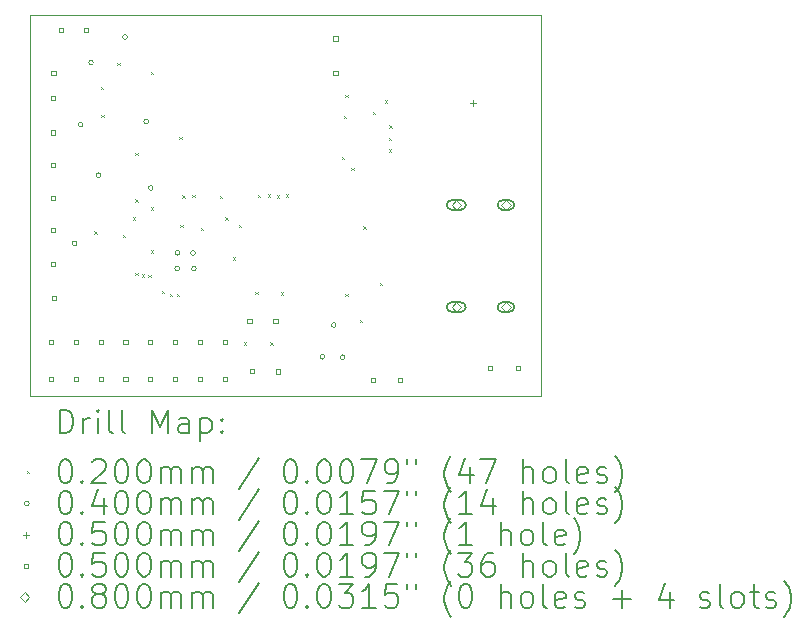
<source format=gbr>
%TF.GenerationSoftware,KiCad,Pcbnew,6.0.10-1.fc37*%
%TF.CreationDate,2023-01-09T06:29:50-08:00*%
%TF.ProjectId,data_logger_esp32c3,64617461-5f6c-46f6-9767-65725f657370,rev?*%
%TF.SameCoordinates,Original*%
%TF.FileFunction,Drillmap*%
%TF.FilePolarity,Positive*%
%FSLAX45Y45*%
G04 Gerber Fmt 4.5, Leading zero omitted, Abs format (unit mm)*
G04 Created by KiCad (PCBNEW 6.0.10-1.fc37) date 2023-01-09 06:29:50*
%MOMM*%
%LPD*%
G01*
G04 APERTURE LIST*
%ADD10C,0.100000*%
%ADD11C,0.200000*%
%ADD12C,0.020000*%
%ADD13C,0.040000*%
%ADD14C,0.050000*%
%ADD15C,0.079999*%
G04 APERTURE END LIST*
D10*
X9885680Y-4960620D02*
X14213840Y-4960620D01*
X14213840Y-4960620D02*
X14213840Y-8186420D01*
X14213840Y-8186420D02*
X9885680Y-8186420D01*
X9885680Y-8186420D02*
X9885680Y-4960620D01*
D11*
D12*
X10431940Y-6789580D02*
X10451940Y-6809580D01*
X10451940Y-6789580D02*
X10431940Y-6809580D01*
X10485280Y-5567840D02*
X10505280Y-5587840D01*
X10505280Y-5567840D02*
X10485280Y-5587840D01*
X10490360Y-5806600D02*
X10510360Y-5826600D01*
X10510360Y-5806600D02*
X10490360Y-5826600D01*
X10627520Y-5364640D02*
X10647520Y-5384640D01*
X10647520Y-5364640D02*
X10627520Y-5384640D01*
X10673240Y-6822600D02*
X10693240Y-6842600D01*
X10693240Y-6822600D02*
X10673240Y-6842600D01*
X10759600Y-6672740D02*
X10779600Y-6692740D01*
X10779600Y-6672740D02*
X10759600Y-6692740D01*
X10779920Y-6126640D02*
X10799920Y-6146640D01*
X10799920Y-6126640D02*
X10779920Y-6146640D01*
X10779920Y-6520340D02*
X10799920Y-6540340D01*
X10799920Y-6520340D02*
X10779920Y-6540340D01*
X10779920Y-7140100D02*
X10799920Y-7160100D01*
X10799920Y-7140100D02*
X10779920Y-7160100D01*
X10833260Y-7155340D02*
X10853260Y-7175340D01*
X10853260Y-7155340D02*
X10833260Y-7175340D01*
X10889140Y-7160420D02*
X10909140Y-7180420D01*
X10909140Y-7160420D02*
X10889140Y-7180420D01*
X10909460Y-6586380D02*
X10929460Y-6606380D01*
X10929460Y-6586380D02*
X10909460Y-6606380D01*
X10912000Y-5440840D02*
X10932000Y-5460840D01*
X10932000Y-5440840D02*
X10912000Y-5460840D01*
X10912000Y-6952140D02*
X10932000Y-6972140D01*
X10932000Y-6952140D02*
X10912000Y-6972140D01*
X11000900Y-7292500D02*
X11020900Y-7312500D01*
X11020900Y-7292500D02*
X11000900Y-7312500D01*
X11072020Y-7317900D02*
X11092020Y-7337900D01*
X11092020Y-7317900D02*
X11072020Y-7337900D01*
X11130440Y-7317900D02*
X11150440Y-7337900D01*
X11150440Y-7317900D02*
X11130440Y-7337900D01*
X11150760Y-5992020D02*
X11170760Y-6012020D01*
X11170760Y-5992020D02*
X11150760Y-6012020D01*
X11158380Y-6733700D02*
X11178380Y-6753700D01*
X11178380Y-6733700D02*
X11158380Y-6753700D01*
X11176160Y-6487320D02*
X11196160Y-6507320D01*
X11196160Y-6487320D02*
X11176160Y-6507320D01*
X11259980Y-6479700D02*
X11279980Y-6499700D01*
X11279980Y-6479700D02*
X11259980Y-6499700D01*
X11331100Y-6761640D02*
X11351100Y-6781640D01*
X11351100Y-6761640D02*
X11331100Y-6781640D01*
X11493660Y-6492400D02*
X11513660Y-6512400D01*
X11513660Y-6492400D02*
X11493660Y-6512400D01*
X11541920Y-6672740D02*
X11561920Y-6692740D01*
X11561920Y-6672740D02*
X11541920Y-6692740D01*
X11605420Y-7010560D02*
X11625420Y-7030560D01*
X11625420Y-7010560D02*
X11605420Y-7030560D01*
X11656220Y-6736240D02*
X11676220Y-6756240D01*
X11676220Y-6736240D02*
X11656220Y-6756240D01*
X11699400Y-7731920D02*
X11719400Y-7751920D01*
X11719400Y-7731920D02*
X11699400Y-7751920D01*
X11793380Y-7305200D02*
X11813380Y-7325200D01*
X11813380Y-7305200D02*
X11793380Y-7325200D01*
X11816240Y-6482240D02*
X11836240Y-6502240D01*
X11836240Y-6482240D02*
X11816240Y-6502240D01*
X11900060Y-6477160D02*
X11920060Y-6497160D01*
X11920060Y-6477160D02*
X11900060Y-6497160D01*
X11920380Y-7731920D02*
X11940380Y-7751920D01*
X11940380Y-7731920D02*
X11920380Y-7751920D01*
X11978800Y-6484780D02*
X11998800Y-6504780D01*
X11998800Y-6484780D02*
X11978800Y-6504780D01*
X12011820Y-7307740D02*
X12031820Y-7327740D01*
X12031820Y-7307740D02*
X12011820Y-7327740D01*
X12052460Y-6477160D02*
X12072460Y-6497160D01*
X12072460Y-6477160D02*
X12052460Y-6497160D01*
X12524900Y-6162200D02*
X12544900Y-6182200D01*
X12544900Y-6162200D02*
X12524900Y-6182200D01*
X12545220Y-5811680D02*
X12565220Y-5831680D01*
X12565220Y-5811680D02*
X12545220Y-5831680D01*
X12555380Y-5636420D02*
X12575380Y-5656420D01*
X12575380Y-5636420D02*
X12555380Y-5656420D01*
X12557920Y-7317900D02*
X12577920Y-7337900D01*
X12577920Y-7317900D02*
X12557920Y-7337900D01*
X12606180Y-6251100D02*
X12626180Y-6271100D01*
X12626180Y-6251100D02*
X12606180Y-6271100D01*
X12677300Y-7538880D02*
X12697300Y-7558880D01*
X12697300Y-7538880D02*
X12677300Y-7558880D01*
X12707780Y-6748940D02*
X12727780Y-6768940D01*
X12727780Y-6748940D02*
X12707780Y-6768940D01*
X12789060Y-5781200D02*
X12809060Y-5801200D01*
X12809060Y-5781200D02*
X12789060Y-5801200D01*
X12847480Y-7229000D02*
X12867480Y-7249000D01*
X12867480Y-7229000D02*
X12847480Y-7249000D01*
X12893200Y-5682140D02*
X12913200Y-5702140D01*
X12913200Y-5682140D02*
X12893200Y-5702140D01*
X12926220Y-5999640D02*
X12946220Y-6019640D01*
X12946220Y-5999640D02*
X12926220Y-6019640D01*
X12926220Y-6096160D02*
X12946220Y-6116160D01*
X12946220Y-6096160D02*
X12926220Y-6116160D01*
X12928760Y-5892960D02*
X12948760Y-5912960D01*
X12948760Y-5892960D02*
X12928760Y-5912960D01*
D13*
X10284140Y-6893560D02*
G75*
G03*
X10284140Y-6893560I-20000J0D01*
G01*
X10334940Y-5887720D02*
G75*
G03*
X10334940Y-5887720I-20000J0D01*
G01*
X10423840Y-5361940D02*
G75*
G03*
X10423840Y-5361940I-20000J0D01*
G01*
X10487340Y-6316980D02*
G75*
G03*
X10487340Y-6316980I-20000J0D01*
G01*
X10710860Y-5146040D02*
G75*
G03*
X10710860Y-5146040I-20000J0D01*
G01*
X10891200Y-5862320D02*
G75*
G03*
X10891200Y-5862320I-20000J0D01*
G01*
X10929300Y-6423660D02*
G75*
G03*
X10929300Y-6423660I-20000J0D01*
G01*
X11152820Y-7104380D02*
G75*
G03*
X11152820Y-7104380I-20000J0D01*
G01*
X11155360Y-6972300D02*
G75*
G03*
X11155360Y-6972300I-20000J0D01*
G01*
X11287440Y-6974840D02*
G75*
G03*
X11287440Y-6974840I-20000J0D01*
G01*
X11295060Y-7106920D02*
G75*
G03*
X11295060Y-7106920I-20000J0D01*
G01*
X12382180Y-7853680D02*
G75*
G03*
X12382180Y-7853680I-20000J0D01*
G01*
X12478700Y-7584440D02*
G75*
G03*
X12478700Y-7584440I-20000J0D01*
G01*
X12554901Y-7856219D02*
G75*
G03*
X12554901Y-7856219I-20000J0D01*
G01*
D14*
X13637260Y-5679840D02*
X13637260Y-5729840D01*
X13612260Y-5704840D02*
X13662260Y-5704840D01*
X10084786Y-7746898D02*
X10084786Y-7711542D01*
X10049431Y-7711542D01*
X10049431Y-7746898D01*
X10084786Y-7746898D01*
X10084786Y-8056778D02*
X10084786Y-8021422D01*
X10049431Y-8021422D01*
X10049431Y-8056778D01*
X10084786Y-8056778D01*
X10096398Y-6525158D02*
X10096398Y-6489802D01*
X10061042Y-6489802D01*
X10061042Y-6525158D01*
X10096398Y-6525158D01*
X10098938Y-5681878D02*
X10098938Y-5646522D01*
X10063582Y-5646522D01*
X10063582Y-5681878D01*
X10098938Y-5681878D01*
X10098938Y-6248298D02*
X10098938Y-6212942D01*
X10063582Y-6212942D01*
X10063582Y-6248298D01*
X10098938Y-6248298D01*
X10098938Y-6796938D02*
X10098938Y-6761582D01*
X10063582Y-6761582D01*
X10063582Y-6796938D01*
X10098938Y-6796938D01*
X10101478Y-5971438D02*
X10101478Y-5936082D01*
X10066122Y-5936082D01*
X10066122Y-5971438D01*
X10101478Y-5971438D01*
X10101478Y-7086498D02*
X10101478Y-7051142D01*
X10066122Y-7051142D01*
X10066122Y-7086498D01*
X10101478Y-7086498D01*
X10104018Y-5465978D02*
X10104018Y-5430622D01*
X10068662Y-5430622D01*
X10068662Y-5465978D01*
X10104018Y-5465978D01*
X10109098Y-7370978D02*
X10109098Y-7335622D01*
X10073742Y-7335622D01*
X10073742Y-7370978D01*
X10109098Y-7370978D01*
X10164978Y-5102758D02*
X10164978Y-5067402D01*
X10129622Y-5067402D01*
X10129622Y-5102758D01*
X10164978Y-5102758D01*
X10294518Y-7746898D02*
X10294518Y-7711542D01*
X10259162Y-7711542D01*
X10259162Y-7746898D01*
X10294518Y-7746898D01*
X10294518Y-8056778D02*
X10294518Y-8021422D01*
X10259162Y-8021422D01*
X10259162Y-8056778D01*
X10294518Y-8056778D01*
X10378338Y-5102758D02*
X10378338Y-5067402D01*
X10342982Y-5067402D01*
X10342982Y-5102758D01*
X10378338Y-5102758D01*
X10504249Y-7746898D02*
X10504249Y-7711542D01*
X10468894Y-7711542D01*
X10468894Y-7746898D01*
X10504249Y-7746898D01*
X10504249Y-8056778D02*
X10504249Y-8021422D01*
X10468894Y-8021422D01*
X10468894Y-8056778D01*
X10504249Y-8056778D01*
X10713981Y-7746898D02*
X10713981Y-7711542D01*
X10678625Y-7711542D01*
X10678625Y-7746898D01*
X10713981Y-7746898D01*
X10713981Y-8056778D02*
X10713981Y-8021422D01*
X10678625Y-8021422D01*
X10678625Y-8056778D01*
X10713981Y-8056778D01*
X10923712Y-7746898D02*
X10923712Y-7711542D01*
X10888356Y-7711542D01*
X10888356Y-7746898D01*
X10923712Y-7746898D01*
X10923712Y-8056778D02*
X10923712Y-8021422D01*
X10888356Y-8021422D01*
X10888356Y-8056778D01*
X10923712Y-8056778D01*
X11133443Y-7746898D02*
X11133443Y-7711542D01*
X11098088Y-7711542D01*
X11098088Y-7746898D01*
X11133443Y-7746898D01*
X11133443Y-8056778D02*
X11133443Y-8021422D01*
X11098088Y-8021422D01*
X11098088Y-8056778D01*
X11133443Y-8056778D01*
X11343175Y-7746898D02*
X11343175Y-7711542D01*
X11307819Y-7711542D01*
X11307819Y-7746898D01*
X11343175Y-7746898D01*
X11343175Y-8056778D02*
X11343175Y-8021422D01*
X11307819Y-8021422D01*
X11307819Y-8056778D01*
X11343175Y-8056778D01*
X11552906Y-7746898D02*
X11552906Y-7711542D01*
X11517551Y-7711542D01*
X11517551Y-7746898D01*
X11552906Y-7746898D01*
X11552906Y-8056778D02*
X11552906Y-8021422D01*
X11517551Y-8021422D01*
X11517551Y-8056778D01*
X11552906Y-8056778D01*
X11762638Y-7569098D02*
X11762638Y-7533742D01*
X11727282Y-7533742D01*
X11727282Y-7569098D01*
X11762638Y-7569098D01*
X11782958Y-7990738D02*
X11782958Y-7955382D01*
X11747602Y-7955382D01*
X11747602Y-7990738D01*
X11782958Y-7990738D01*
X11983618Y-7566558D02*
X11983618Y-7531202D01*
X11948262Y-7531202D01*
X11948262Y-7566558D01*
X11983618Y-7566558D01*
X12006678Y-7995818D02*
X12006678Y-7960462D01*
X11971322Y-7960462D01*
X11971322Y-7995818D01*
X12006678Y-7995818D01*
X12491618Y-5176418D02*
X12491618Y-5141062D01*
X12456262Y-5141062D01*
X12456262Y-5176418D01*
X12491618Y-5176418D01*
X12491618Y-5471058D02*
X12491618Y-5435702D01*
X12456262Y-5435702D01*
X12456262Y-5471058D01*
X12491618Y-5471058D01*
X12809118Y-8064398D02*
X12809118Y-8029042D01*
X12773762Y-8029042D01*
X12773762Y-8064398D01*
X12809118Y-8064398D01*
X13035178Y-8069478D02*
X13035178Y-8034122D01*
X12999822Y-8034122D01*
X12999822Y-8069478D01*
X13035178Y-8069478D01*
X13799718Y-7967878D02*
X13799718Y-7932522D01*
X13764362Y-7932522D01*
X13764362Y-7967878D01*
X13799718Y-7967878D01*
X14033398Y-7967878D02*
X14033398Y-7932522D01*
X13998042Y-7932522D01*
X13998042Y-7967878D01*
X14033398Y-7967878D01*
D15*
X13496163Y-6607729D02*
X13536163Y-6567729D01*
X13496163Y-6527729D01*
X13456163Y-6567729D01*
X13496163Y-6607729D01*
D11*
X13456164Y-6607729D02*
X13536162Y-6607729D01*
X13456164Y-6527729D02*
X13536162Y-6527729D01*
X13536162Y-6607729D02*
G75*
G03*
X13536162Y-6527729I0J40000D01*
G01*
X13456164Y-6527729D02*
G75*
G03*
X13456164Y-6607729I0J-40000D01*
G01*
D15*
X13496163Y-7472751D02*
X13536163Y-7432751D01*
X13496163Y-7392751D01*
X13456163Y-7432751D01*
X13496163Y-7472751D01*
D11*
X13456162Y-7472751D02*
X13536164Y-7472751D01*
X13456162Y-7392751D02*
X13536164Y-7392751D01*
X13536164Y-7472751D02*
G75*
G03*
X13536164Y-7392751I0J40000D01*
G01*
X13456162Y-7392751D02*
G75*
G03*
X13456162Y-7472751I0J-40000D01*
G01*
D15*
X13916152Y-6607729D02*
X13956152Y-6567729D01*
X13916152Y-6527729D01*
X13876152Y-6567729D01*
X13916152Y-6607729D01*
D11*
X13886152Y-6607729D02*
X13946152Y-6607729D01*
X13886152Y-6527729D02*
X13946152Y-6527729D01*
X13946152Y-6607729D02*
G75*
G03*
X13946152Y-6527729I0J40000D01*
G01*
X13886152Y-6527729D02*
G75*
G03*
X13886152Y-6607729I0J-40000D01*
G01*
D15*
X13916152Y-7472751D02*
X13956152Y-7432751D01*
X13916152Y-7392751D01*
X13876152Y-7432751D01*
X13916152Y-7472751D01*
D11*
X13886152Y-7472751D02*
X13946152Y-7472751D01*
X13886152Y-7392751D02*
X13946152Y-7392751D01*
X13946152Y-7472751D02*
G75*
G03*
X13946152Y-7392751I0J40000D01*
G01*
X13886152Y-7392751D02*
G75*
G03*
X13886152Y-7472751I0J-40000D01*
G01*
X10138299Y-8501896D02*
X10138299Y-8301896D01*
X10185918Y-8301896D01*
X10214490Y-8311420D01*
X10233537Y-8330468D01*
X10243061Y-8349515D01*
X10252585Y-8387610D01*
X10252585Y-8416182D01*
X10243061Y-8454277D01*
X10233537Y-8473325D01*
X10214490Y-8492372D01*
X10185918Y-8501896D01*
X10138299Y-8501896D01*
X10338299Y-8501896D02*
X10338299Y-8368563D01*
X10338299Y-8406658D02*
X10347823Y-8387610D01*
X10357347Y-8378087D01*
X10376394Y-8368563D01*
X10395442Y-8368563D01*
X10462109Y-8501896D02*
X10462109Y-8368563D01*
X10462109Y-8301896D02*
X10452585Y-8311420D01*
X10462109Y-8320944D01*
X10471632Y-8311420D01*
X10462109Y-8301896D01*
X10462109Y-8320944D01*
X10585918Y-8501896D02*
X10566870Y-8492372D01*
X10557347Y-8473325D01*
X10557347Y-8301896D01*
X10690680Y-8501896D02*
X10671632Y-8492372D01*
X10662109Y-8473325D01*
X10662109Y-8301896D01*
X10919251Y-8501896D02*
X10919251Y-8301896D01*
X10985918Y-8444753D01*
X11052585Y-8301896D01*
X11052585Y-8501896D01*
X11233537Y-8501896D02*
X11233537Y-8397134D01*
X11224013Y-8378087D01*
X11204966Y-8368563D01*
X11166870Y-8368563D01*
X11147823Y-8378087D01*
X11233537Y-8492372D02*
X11214489Y-8501896D01*
X11166870Y-8501896D01*
X11147823Y-8492372D01*
X11138299Y-8473325D01*
X11138299Y-8454277D01*
X11147823Y-8435230D01*
X11166870Y-8425706D01*
X11214489Y-8425706D01*
X11233537Y-8416182D01*
X11328775Y-8368563D02*
X11328775Y-8568563D01*
X11328775Y-8378087D02*
X11347823Y-8368563D01*
X11385918Y-8368563D01*
X11404966Y-8378087D01*
X11414489Y-8387610D01*
X11424013Y-8406658D01*
X11424013Y-8463801D01*
X11414489Y-8482849D01*
X11404966Y-8492372D01*
X11385918Y-8501896D01*
X11347823Y-8501896D01*
X11328775Y-8492372D01*
X11509728Y-8482849D02*
X11519251Y-8492372D01*
X11509728Y-8501896D01*
X11500204Y-8492372D01*
X11509728Y-8482849D01*
X11509728Y-8501896D01*
X11509728Y-8378087D02*
X11519251Y-8387610D01*
X11509728Y-8397134D01*
X11500204Y-8387610D01*
X11509728Y-8378087D01*
X11509728Y-8397134D01*
D12*
X9860680Y-8821420D02*
X9880680Y-8841420D01*
X9880680Y-8821420D02*
X9860680Y-8841420D01*
D11*
X10176394Y-8721896D02*
X10195442Y-8721896D01*
X10214490Y-8731420D01*
X10224013Y-8740944D01*
X10233537Y-8759991D01*
X10243061Y-8798087D01*
X10243061Y-8845706D01*
X10233537Y-8883801D01*
X10224013Y-8902849D01*
X10214490Y-8912372D01*
X10195442Y-8921896D01*
X10176394Y-8921896D01*
X10157347Y-8912372D01*
X10147823Y-8902849D01*
X10138299Y-8883801D01*
X10128775Y-8845706D01*
X10128775Y-8798087D01*
X10138299Y-8759991D01*
X10147823Y-8740944D01*
X10157347Y-8731420D01*
X10176394Y-8721896D01*
X10328775Y-8902849D02*
X10338299Y-8912372D01*
X10328775Y-8921896D01*
X10319251Y-8912372D01*
X10328775Y-8902849D01*
X10328775Y-8921896D01*
X10414490Y-8740944D02*
X10424013Y-8731420D01*
X10443061Y-8721896D01*
X10490680Y-8721896D01*
X10509728Y-8731420D01*
X10519251Y-8740944D01*
X10528775Y-8759991D01*
X10528775Y-8779039D01*
X10519251Y-8807610D01*
X10404966Y-8921896D01*
X10528775Y-8921896D01*
X10652585Y-8721896D02*
X10671632Y-8721896D01*
X10690680Y-8731420D01*
X10700204Y-8740944D01*
X10709728Y-8759991D01*
X10719251Y-8798087D01*
X10719251Y-8845706D01*
X10709728Y-8883801D01*
X10700204Y-8902849D01*
X10690680Y-8912372D01*
X10671632Y-8921896D01*
X10652585Y-8921896D01*
X10633537Y-8912372D01*
X10624013Y-8902849D01*
X10614490Y-8883801D01*
X10604966Y-8845706D01*
X10604966Y-8798087D01*
X10614490Y-8759991D01*
X10624013Y-8740944D01*
X10633537Y-8731420D01*
X10652585Y-8721896D01*
X10843061Y-8721896D02*
X10862109Y-8721896D01*
X10881156Y-8731420D01*
X10890680Y-8740944D01*
X10900204Y-8759991D01*
X10909728Y-8798087D01*
X10909728Y-8845706D01*
X10900204Y-8883801D01*
X10890680Y-8902849D01*
X10881156Y-8912372D01*
X10862109Y-8921896D01*
X10843061Y-8921896D01*
X10824013Y-8912372D01*
X10814490Y-8902849D01*
X10804966Y-8883801D01*
X10795442Y-8845706D01*
X10795442Y-8798087D01*
X10804966Y-8759991D01*
X10814490Y-8740944D01*
X10824013Y-8731420D01*
X10843061Y-8721896D01*
X10995442Y-8921896D02*
X10995442Y-8788563D01*
X10995442Y-8807610D02*
X11004966Y-8798087D01*
X11024013Y-8788563D01*
X11052585Y-8788563D01*
X11071632Y-8798087D01*
X11081156Y-8817134D01*
X11081156Y-8921896D01*
X11081156Y-8817134D02*
X11090680Y-8798087D01*
X11109728Y-8788563D01*
X11138299Y-8788563D01*
X11157347Y-8798087D01*
X11166870Y-8817134D01*
X11166870Y-8921896D01*
X11262108Y-8921896D02*
X11262108Y-8788563D01*
X11262108Y-8807610D02*
X11271632Y-8798087D01*
X11290680Y-8788563D01*
X11319251Y-8788563D01*
X11338299Y-8798087D01*
X11347823Y-8817134D01*
X11347823Y-8921896D01*
X11347823Y-8817134D02*
X11357347Y-8798087D01*
X11376394Y-8788563D01*
X11404966Y-8788563D01*
X11424013Y-8798087D01*
X11433537Y-8817134D01*
X11433537Y-8921896D01*
X11824013Y-8712372D02*
X11652585Y-8969515D01*
X12081156Y-8721896D02*
X12100204Y-8721896D01*
X12119251Y-8731420D01*
X12128775Y-8740944D01*
X12138299Y-8759991D01*
X12147823Y-8798087D01*
X12147823Y-8845706D01*
X12138299Y-8883801D01*
X12128775Y-8902849D01*
X12119251Y-8912372D01*
X12100204Y-8921896D01*
X12081156Y-8921896D01*
X12062108Y-8912372D01*
X12052585Y-8902849D01*
X12043061Y-8883801D01*
X12033537Y-8845706D01*
X12033537Y-8798087D01*
X12043061Y-8759991D01*
X12052585Y-8740944D01*
X12062108Y-8731420D01*
X12081156Y-8721896D01*
X12233537Y-8902849D02*
X12243061Y-8912372D01*
X12233537Y-8921896D01*
X12224013Y-8912372D01*
X12233537Y-8902849D01*
X12233537Y-8921896D01*
X12366870Y-8721896D02*
X12385918Y-8721896D01*
X12404966Y-8731420D01*
X12414489Y-8740944D01*
X12424013Y-8759991D01*
X12433537Y-8798087D01*
X12433537Y-8845706D01*
X12424013Y-8883801D01*
X12414489Y-8902849D01*
X12404966Y-8912372D01*
X12385918Y-8921896D01*
X12366870Y-8921896D01*
X12347823Y-8912372D01*
X12338299Y-8902849D01*
X12328775Y-8883801D01*
X12319251Y-8845706D01*
X12319251Y-8798087D01*
X12328775Y-8759991D01*
X12338299Y-8740944D01*
X12347823Y-8731420D01*
X12366870Y-8721896D01*
X12557347Y-8721896D02*
X12576394Y-8721896D01*
X12595442Y-8731420D01*
X12604966Y-8740944D01*
X12614489Y-8759991D01*
X12624013Y-8798087D01*
X12624013Y-8845706D01*
X12614489Y-8883801D01*
X12604966Y-8902849D01*
X12595442Y-8912372D01*
X12576394Y-8921896D01*
X12557347Y-8921896D01*
X12538299Y-8912372D01*
X12528775Y-8902849D01*
X12519251Y-8883801D01*
X12509728Y-8845706D01*
X12509728Y-8798087D01*
X12519251Y-8759991D01*
X12528775Y-8740944D01*
X12538299Y-8731420D01*
X12557347Y-8721896D01*
X12690680Y-8721896D02*
X12824013Y-8721896D01*
X12738299Y-8921896D01*
X12909728Y-8921896D02*
X12947823Y-8921896D01*
X12966870Y-8912372D01*
X12976394Y-8902849D01*
X12995442Y-8874277D01*
X13004966Y-8836182D01*
X13004966Y-8759991D01*
X12995442Y-8740944D01*
X12985918Y-8731420D01*
X12966870Y-8721896D01*
X12928775Y-8721896D01*
X12909728Y-8731420D01*
X12900204Y-8740944D01*
X12890680Y-8759991D01*
X12890680Y-8807610D01*
X12900204Y-8826658D01*
X12909728Y-8836182D01*
X12928775Y-8845706D01*
X12966870Y-8845706D01*
X12985918Y-8836182D01*
X12995442Y-8826658D01*
X13004966Y-8807610D01*
X13081156Y-8721896D02*
X13081156Y-8759991D01*
X13157347Y-8721896D02*
X13157347Y-8759991D01*
X13452585Y-8998087D02*
X13443061Y-8988563D01*
X13424013Y-8959991D01*
X13414489Y-8940944D01*
X13404966Y-8912372D01*
X13395442Y-8864753D01*
X13395442Y-8826658D01*
X13404966Y-8779039D01*
X13414489Y-8750468D01*
X13424013Y-8731420D01*
X13443061Y-8702849D01*
X13452585Y-8693325D01*
X13614489Y-8788563D02*
X13614489Y-8921896D01*
X13566870Y-8712372D02*
X13519251Y-8855230D01*
X13643061Y-8855230D01*
X13700204Y-8721896D02*
X13833537Y-8721896D01*
X13747823Y-8921896D01*
X14062108Y-8921896D02*
X14062108Y-8721896D01*
X14147823Y-8921896D02*
X14147823Y-8817134D01*
X14138299Y-8798087D01*
X14119251Y-8788563D01*
X14090680Y-8788563D01*
X14071632Y-8798087D01*
X14062108Y-8807610D01*
X14271632Y-8921896D02*
X14252585Y-8912372D01*
X14243061Y-8902849D01*
X14233537Y-8883801D01*
X14233537Y-8826658D01*
X14243061Y-8807610D01*
X14252585Y-8798087D01*
X14271632Y-8788563D01*
X14300204Y-8788563D01*
X14319251Y-8798087D01*
X14328775Y-8807610D01*
X14338299Y-8826658D01*
X14338299Y-8883801D01*
X14328775Y-8902849D01*
X14319251Y-8912372D01*
X14300204Y-8921896D01*
X14271632Y-8921896D01*
X14452585Y-8921896D02*
X14433537Y-8912372D01*
X14424013Y-8893325D01*
X14424013Y-8721896D01*
X14604966Y-8912372D02*
X14585918Y-8921896D01*
X14547823Y-8921896D01*
X14528775Y-8912372D01*
X14519251Y-8893325D01*
X14519251Y-8817134D01*
X14528775Y-8798087D01*
X14547823Y-8788563D01*
X14585918Y-8788563D01*
X14604966Y-8798087D01*
X14614489Y-8817134D01*
X14614489Y-8836182D01*
X14519251Y-8855230D01*
X14690680Y-8912372D02*
X14709728Y-8921896D01*
X14747823Y-8921896D01*
X14766870Y-8912372D01*
X14776394Y-8893325D01*
X14776394Y-8883801D01*
X14766870Y-8864753D01*
X14747823Y-8855230D01*
X14719251Y-8855230D01*
X14700204Y-8845706D01*
X14690680Y-8826658D01*
X14690680Y-8817134D01*
X14700204Y-8798087D01*
X14719251Y-8788563D01*
X14747823Y-8788563D01*
X14766870Y-8798087D01*
X14843061Y-8998087D02*
X14852585Y-8988563D01*
X14871632Y-8959991D01*
X14881156Y-8940944D01*
X14890680Y-8912372D01*
X14900204Y-8864753D01*
X14900204Y-8826658D01*
X14890680Y-8779039D01*
X14881156Y-8750468D01*
X14871632Y-8731420D01*
X14852585Y-8702849D01*
X14843061Y-8693325D01*
D13*
X9880680Y-9095420D02*
G75*
G03*
X9880680Y-9095420I-20000J0D01*
G01*
D11*
X10176394Y-8985896D02*
X10195442Y-8985896D01*
X10214490Y-8995420D01*
X10224013Y-9004944D01*
X10233537Y-9023991D01*
X10243061Y-9062087D01*
X10243061Y-9109706D01*
X10233537Y-9147801D01*
X10224013Y-9166849D01*
X10214490Y-9176372D01*
X10195442Y-9185896D01*
X10176394Y-9185896D01*
X10157347Y-9176372D01*
X10147823Y-9166849D01*
X10138299Y-9147801D01*
X10128775Y-9109706D01*
X10128775Y-9062087D01*
X10138299Y-9023991D01*
X10147823Y-9004944D01*
X10157347Y-8995420D01*
X10176394Y-8985896D01*
X10328775Y-9166849D02*
X10338299Y-9176372D01*
X10328775Y-9185896D01*
X10319251Y-9176372D01*
X10328775Y-9166849D01*
X10328775Y-9185896D01*
X10509728Y-9052563D02*
X10509728Y-9185896D01*
X10462109Y-8976372D02*
X10414490Y-9119230D01*
X10538299Y-9119230D01*
X10652585Y-8985896D02*
X10671632Y-8985896D01*
X10690680Y-8995420D01*
X10700204Y-9004944D01*
X10709728Y-9023991D01*
X10719251Y-9062087D01*
X10719251Y-9109706D01*
X10709728Y-9147801D01*
X10700204Y-9166849D01*
X10690680Y-9176372D01*
X10671632Y-9185896D01*
X10652585Y-9185896D01*
X10633537Y-9176372D01*
X10624013Y-9166849D01*
X10614490Y-9147801D01*
X10604966Y-9109706D01*
X10604966Y-9062087D01*
X10614490Y-9023991D01*
X10624013Y-9004944D01*
X10633537Y-8995420D01*
X10652585Y-8985896D01*
X10843061Y-8985896D02*
X10862109Y-8985896D01*
X10881156Y-8995420D01*
X10890680Y-9004944D01*
X10900204Y-9023991D01*
X10909728Y-9062087D01*
X10909728Y-9109706D01*
X10900204Y-9147801D01*
X10890680Y-9166849D01*
X10881156Y-9176372D01*
X10862109Y-9185896D01*
X10843061Y-9185896D01*
X10824013Y-9176372D01*
X10814490Y-9166849D01*
X10804966Y-9147801D01*
X10795442Y-9109706D01*
X10795442Y-9062087D01*
X10804966Y-9023991D01*
X10814490Y-9004944D01*
X10824013Y-8995420D01*
X10843061Y-8985896D01*
X10995442Y-9185896D02*
X10995442Y-9052563D01*
X10995442Y-9071610D02*
X11004966Y-9062087D01*
X11024013Y-9052563D01*
X11052585Y-9052563D01*
X11071632Y-9062087D01*
X11081156Y-9081134D01*
X11081156Y-9185896D01*
X11081156Y-9081134D02*
X11090680Y-9062087D01*
X11109728Y-9052563D01*
X11138299Y-9052563D01*
X11157347Y-9062087D01*
X11166870Y-9081134D01*
X11166870Y-9185896D01*
X11262108Y-9185896D02*
X11262108Y-9052563D01*
X11262108Y-9071610D02*
X11271632Y-9062087D01*
X11290680Y-9052563D01*
X11319251Y-9052563D01*
X11338299Y-9062087D01*
X11347823Y-9081134D01*
X11347823Y-9185896D01*
X11347823Y-9081134D02*
X11357347Y-9062087D01*
X11376394Y-9052563D01*
X11404966Y-9052563D01*
X11424013Y-9062087D01*
X11433537Y-9081134D01*
X11433537Y-9185896D01*
X11824013Y-8976372D02*
X11652585Y-9233515D01*
X12081156Y-8985896D02*
X12100204Y-8985896D01*
X12119251Y-8995420D01*
X12128775Y-9004944D01*
X12138299Y-9023991D01*
X12147823Y-9062087D01*
X12147823Y-9109706D01*
X12138299Y-9147801D01*
X12128775Y-9166849D01*
X12119251Y-9176372D01*
X12100204Y-9185896D01*
X12081156Y-9185896D01*
X12062108Y-9176372D01*
X12052585Y-9166849D01*
X12043061Y-9147801D01*
X12033537Y-9109706D01*
X12033537Y-9062087D01*
X12043061Y-9023991D01*
X12052585Y-9004944D01*
X12062108Y-8995420D01*
X12081156Y-8985896D01*
X12233537Y-9166849D02*
X12243061Y-9176372D01*
X12233537Y-9185896D01*
X12224013Y-9176372D01*
X12233537Y-9166849D01*
X12233537Y-9185896D01*
X12366870Y-8985896D02*
X12385918Y-8985896D01*
X12404966Y-8995420D01*
X12414489Y-9004944D01*
X12424013Y-9023991D01*
X12433537Y-9062087D01*
X12433537Y-9109706D01*
X12424013Y-9147801D01*
X12414489Y-9166849D01*
X12404966Y-9176372D01*
X12385918Y-9185896D01*
X12366870Y-9185896D01*
X12347823Y-9176372D01*
X12338299Y-9166849D01*
X12328775Y-9147801D01*
X12319251Y-9109706D01*
X12319251Y-9062087D01*
X12328775Y-9023991D01*
X12338299Y-9004944D01*
X12347823Y-8995420D01*
X12366870Y-8985896D01*
X12624013Y-9185896D02*
X12509728Y-9185896D01*
X12566870Y-9185896D02*
X12566870Y-8985896D01*
X12547823Y-9014468D01*
X12528775Y-9033515D01*
X12509728Y-9043039D01*
X12804966Y-8985896D02*
X12709728Y-8985896D01*
X12700204Y-9081134D01*
X12709728Y-9071610D01*
X12728775Y-9062087D01*
X12776394Y-9062087D01*
X12795442Y-9071610D01*
X12804966Y-9081134D01*
X12814489Y-9100182D01*
X12814489Y-9147801D01*
X12804966Y-9166849D01*
X12795442Y-9176372D01*
X12776394Y-9185896D01*
X12728775Y-9185896D01*
X12709728Y-9176372D01*
X12700204Y-9166849D01*
X12881156Y-8985896D02*
X13014489Y-8985896D01*
X12928775Y-9185896D01*
X13081156Y-8985896D02*
X13081156Y-9023991D01*
X13157347Y-8985896D02*
X13157347Y-9023991D01*
X13452585Y-9262087D02*
X13443061Y-9252563D01*
X13424013Y-9223991D01*
X13414489Y-9204944D01*
X13404966Y-9176372D01*
X13395442Y-9128753D01*
X13395442Y-9090658D01*
X13404966Y-9043039D01*
X13414489Y-9014468D01*
X13424013Y-8995420D01*
X13443061Y-8966849D01*
X13452585Y-8957325D01*
X13633537Y-9185896D02*
X13519251Y-9185896D01*
X13576394Y-9185896D02*
X13576394Y-8985896D01*
X13557347Y-9014468D01*
X13538299Y-9033515D01*
X13519251Y-9043039D01*
X13804966Y-9052563D02*
X13804966Y-9185896D01*
X13757347Y-8976372D02*
X13709728Y-9119230D01*
X13833537Y-9119230D01*
X14062108Y-9185896D02*
X14062108Y-8985896D01*
X14147823Y-9185896D02*
X14147823Y-9081134D01*
X14138299Y-9062087D01*
X14119251Y-9052563D01*
X14090680Y-9052563D01*
X14071632Y-9062087D01*
X14062108Y-9071610D01*
X14271632Y-9185896D02*
X14252585Y-9176372D01*
X14243061Y-9166849D01*
X14233537Y-9147801D01*
X14233537Y-9090658D01*
X14243061Y-9071610D01*
X14252585Y-9062087D01*
X14271632Y-9052563D01*
X14300204Y-9052563D01*
X14319251Y-9062087D01*
X14328775Y-9071610D01*
X14338299Y-9090658D01*
X14338299Y-9147801D01*
X14328775Y-9166849D01*
X14319251Y-9176372D01*
X14300204Y-9185896D01*
X14271632Y-9185896D01*
X14452585Y-9185896D02*
X14433537Y-9176372D01*
X14424013Y-9157325D01*
X14424013Y-8985896D01*
X14604966Y-9176372D02*
X14585918Y-9185896D01*
X14547823Y-9185896D01*
X14528775Y-9176372D01*
X14519251Y-9157325D01*
X14519251Y-9081134D01*
X14528775Y-9062087D01*
X14547823Y-9052563D01*
X14585918Y-9052563D01*
X14604966Y-9062087D01*
X14614489Y-9081134D01*
X14614489Y-9100182D01*
X14519251Y-9119230D01*
X14690680Y-9176372D02*
X14709728Y-9185896D01*
X14747823Y-9185896D01*
X14766870Y-9176372D01*
X14776394Y-9157325D01*
X14776394Y-9147801D01*
X14766870Y-9128753D01*
X14747823Y-9119230D01*
X14719251Y-9119230D01*
X14700204Y-9109706D01*
X14690680Y-9090658D01*
X14690680Y-9081134D01*
X14700204Y-9062087D01*
X14719251Y-9052563D01*
X14747823Y-9052563D01*
X14766870Y-9062087D01*
X14843061Y-9262087D02*
X14852585Y-9252563D01*
X14871632Y-9223991D01*
X14881156Y-9204944D01*
X14890680Y-9176372D01*
X14900204Y-9128753D01*
X14900204Y-9090658D01*
X14890680Y-9043039D01*
X14881156Y-9014468D01*
X14871632Y-8995420D01*
X14852585Y-8966849D01*
X14843061Y-8957325D01*
D14*
X9855680Y-9334420D02*
X9855680Y-9384420D01*
X9830680Y-9359420D02*
X9880680Y-9359420D01*
D11*
X10176394Y-9249896D02*
X10195442Y-9249896D01*
X10214490Y-9259420D01*
X10224013Y-9268944D01*
X10233537Y-9287991D01*
X10243061Y-9326087D01*
X10243061Y-9373706D01*
X10233537Y-9411801D01*
X10224013Y-9430849D01*
X10214490Y-9440372D01*
X10195442Y-9449896D01*
X10176394Y-9449896D01*
X10157347Y-9440372D01*
X10147823Y-9430849D01*
X10138299Y-9411801D01*
X10128775Y-9373706D01*
X10128775Y-9326087D01*
X10138299Y-9287991D01*
X10147823Y-9268944D01*
X10157347Y-9259420D01*
X10176394Y-9249896D01*
X10328775Y-9430849D02*
X10338299Y-9440372D01*
X10328775Y-9449896D01*
X10319251Y-9440372D01*
X10328775Y-9430849D01*
X10328775Y-9449896D01*
X10519251Y-9249896D02*
X10424013Y-9249896D01*
X10414490Y-9345134D01*
X10424013Y-9335610D01*
X10443061Y-9326087D01*
X10490680Y-9326087D01*
X10509728Y-9335610D01*
X10519251Y-9345134D01*
X10528775Y-9364182D01*
X10528775Y-9411801D01*
X10519251Y-9430849D01*
X10509728Y-9440372D01*
X10490680Y-9449896D01*
X10443061Y-9449896D01*
X10424013Y-9440372D01*
X10414490Y-9430849D01*
X10652585Y-9249896D02*
X10671632Y-9249896D01*
X10690680Y-9259420D01*
X10700204Y-9268944D01*
X10709728Y-9287991D01*
X10719251Y-9326087D01*
X10719251Y-9373706D01*
X10709728Y-9411801D01*
X10700204Y-9430849D01*
X10690680Y-9440372D01*
X10671632Y-9449896D01*
X10652585Y-9449896D01*
X10633537Y-9440372D01*
X10624013Y-9430849D01*
X10614490Y-9411801D01*
X10604966Y-9373706D01*
X10604966Y-9326087D01*
X10614490Y-9287991D01*
X10624013Y-9268944D01*
X10633537Y-9259420D01*
X10652585Y-9249896D01*
X10843061Y-9249896D02*
X10862109Y-9249896D01*
X10881156Y-9259420D01*
X10890680Y-9268944D01*
X10900204Y-9287991D01*
X10909728Y-9326087D01*
X10909728Y-9373706D01*
X10900204Y-9411801D01*
X10890680Y-9430849D01*
X10881156Y-9440372D01*
X10862109Y-9449896D01*
X10843061Y-9449896D01*
X10824013Y-9440372D01*
X10814490Y-9430849D01*
X10804966Y-9411801D01*
X10795442Y-9373706D01*
X10795442Y-9326087D01*
X10804966Y-9287991D01*
X10814490Y-9268944D01*
X10824013Y-9259420D01*
X10843061Y-9249896D01*
X10995442Y-9449896D02*
X10995442Y-9316563D01*
X10995442Y-9335610D02*
X11004966Y-9326087D01*
X11024013Y-9316563D01*
X11052585Y-9316563D01*
X11071632Y-9326087D01*
X11081156Y-9345134D01*
X11081156Y-9449896D01*
X11081156Y-9345134D02*
X11090680Y-9326087D01*
X11109728Y-9316563D01*
X11138299Y-9316563D01*
X11157347Y-9326087D01*
X11166870Y-9345134D01*
X11166870Y-9449896D01*
X11262108Y-9449896D02*
X11262108Y-9316563D01*
X11262108Y-9335610D02*
X11271632Y-9326087D01*
X11290680Y-9316563D01*
X11319251Y-9316563D01*
X11338299Y-9326087D01*
X11347823Y-9345134D01*
X11347823Y-9449896D01*
X11347823Y-9345134D02*
X11357347Y-9326087D01*
X11376394Y-9316563D01*
X11404966Y-9316563D01*
X11424013Y-9326087D01*
X11433537Y-9345134D01*
X11433537Y-9449896D01*
X11824013Y-9240372D02*
X11652585Y-9497515D01*
X12081156Y-9249896D02*
X12100204Y-9249896D01*
X12119251Y-9259420D01*
X12128775Y-9268944D01*
X12138299Y-9287991D01*
X12147823Y-9326087D01*
X12147823Y-9373706D01*
X12138299Y-9411801D01*
X12128775Y-9430849D01*
X12119251Y-9440372D01*
X12100204Y-9449896D01*
X12081156Y-9449896D01*
X12062108Y-9440372D01*
X12052585Y-9430849D01*
X12043061Y-9411801D01*
X12033537Y-9373706D01*
X12033537Y-9326087D01*
X12043061Y-9287991D01*
X12052585Y-9268944D01*
X12062108Y-9259420D01*
X12081156Y-9249896D01*
X12233537Y-9430849D02*
X12243061Y-9440372D01*
X12233537Y-9449896D01*
X12224013Y-9440372D01*
X12233537Y-9430849D01*
X12233537Y-9449896D01*
X12366870Y-9249896D02*
X12385918Y-9249896D01*
X12404966Y-9259420D01*
X12414489Y-9268944D01*
X12424013Y-9287991D01*
X12433537Y-9326087D01*
X12433537Y-9373706D01*
X12424013Y-9411801D01*
X12414489Y-9430849D01*
X12404966Y-9440372D01*
X12385918Y-9449896D01*
X12366870Y-9449896D01*
X12347823Y-9440372D01*
X12338299Y-9430849D01*
X12328775Y-9411801D01*
X12319251Y-9373706D01*
X12319251Y-9326087D01*
X12328775Y-9287991D01*
X12338299Y-9268944D01*
X12347823Y-9259420D01*
X12366870Y-9249896D01*
X12624013Y-9449896D02*
X12509728Y-9449896D01*
X12566870Y-9449896D02*
X12566870Y-9249896D01*
X12547823Y-9278468D01*
X12528775Y-9297515D01*
X12509728Y-9307039D01*
X12719251Y-9449896D02*
X12757347Y-9449896D01*
X12776394Y-9440372D01*
X12785918Y-9430849D01*
X12804966Y-9402277D01*
X12814489Y-9364182D01*
X12814489Y-9287991D01*
X12804966Y-9268944D01*
X12795442Y-9259420D01*
X12776394Y-9249896D01*
X12738299Y-9249896D01*
X12719251Y-9259420D01*
X12709728Y-9268944D01*
X12700204Y-9287991D01*
X12700204Y-9335610D01*
X12709728Y-9354658D01*
X12719251Y-9364182D01*
X12738299Y-9373706D01*
X12776394Y-9373706D01*
X12795442Y-9364182D01*
X12804966Y-9354658D01*
X12814489Y-9335610D01*
X12881156Y-9249896D02*
X13014489Y-9249896D01*
X12928775Y-9449896D01*
X13081156Y-9249896D02*
X13081156Y-9287991D01*
X13157347Y-9249896D02*
X13157347Y-9287991D01*
X13452585Y-9526087D02*
X13443061Y-9516563D01*
X13424013Y-9487991D01*
X13414489Y-9468944D01*
X13404966Y-9440372D01*
X13395442Y-9392753D01*
X13395442Y-9354658D01*
X13404966Y-9307039D01*
X13414489Y-9278468D01*
X13424013Y-9259420D01*
X13443061Y-9230849D01*
X13452585Y-9221325D01*
X13633537Y-9449896D02*
X13519251Y-9449896D01*
X13576394Y-9449896D02*
X13576394Y-9249896D01*
X13557347Y-9278468D01*
X13538299Y-9297515D01*
X13519251Y-9307039D01*
X13871632Y-9449896D02*
X13871632Y-9249896D01*
X13957347Y-9449896D02*
X13957347Y-9345134D01*
X13947823Y-9326087D01*
X13928775Y-9316563D01*
X13900204Y-9316563D01*
X13881156Y-9326087D01*
X13871632Y-9335610D01*
X14081156Y-9449896D02*
X14062108Y-9440372D01*
X14052585Y-9430849D01*
X14043061Y-9411801D01*
X14043061Y-9354658D01*
X14052585Y-9335610D01*
X14062108Y-9326087D01*
X14081156Y-9316563D01*
X14109728Y-9316563D01*
X14128775Y-9326087D01*
X14138299Y-9335610D01*
X14147823Y-9354658D01*
X14147823Y-9411801D01*
X14138299Y-9430849D01*
X14128775Y-9440372D01*
X14109728Y-9449896D01*
X14081156Y-9449896D01*
X14262108Y-9449896D02*
X14243061Y-9440372D01*
X14233537Y-9421325D01*
X14233537Y-9249896D01*
X14414489Y-9440372D02*
X14395442Y-9449896D01*
X14357347Y-9449896D01*
X14338299Y-9440372D01*
X14328775Y-9421325D01*
X14328775Y-9345134D01*
X14338299Y-9326087D01*
X14357347Y-9316563D01*
X14395442Y-9316563D01*
X14414489Y-9326087D01*
X14424013Y-9345134D01*
X14424013Y-9364182D01*
X14328775Y-9383230D01*
X14490680Y-9526087D02*
X14500204Y-9516563D01*
X14519251Y-9487991D01*
X14528775Y-9468944D01*
X14538299Y-9440372D01*
X14547823Y-9392753D01*
X14547823Y-9354658D01*
X14538299Y-9307039D01*
X14528775Y-9278468D01*
X14519251Y-9259420D01*
X14500204Y-9230849D01*
X14490680Y-9221325D01*
D14*
X9873358Y-9641098D02*
X9873358Y-9605742D01*
X9838002Y-9605742D01*
X9838002Y-9641098D01*
X9873358Y-9641098D01*
D11*
X10176394Y-9513896D02*
X10195442Y-9513896D01*
X10214490Y-9523420D01*
X10224013Y-9532944D01*
X10233537Y-9551991D01*
X10243061Y-9590087D01*
X10243061Y-9637706D01*
X10233537Y-9675801D01*
X10224013Y-9694849D01*
X10214490Y-9704372D01*
X10195442Y-9713896D01*
X10176394Y-9713896D01*
X10157347Y-9704372D01*
X10147823Y-9694849D01*
X10138299Y-9675801D01*
X10128775Y-9637706D01*
X10128775Y-9590087D01*
X10138299Y-9551991D01*
X10147823Y-9532944D01*
X10157347Y-9523420D01*
X10176394Y-9513896D01*
X10328775Y-9694849D02*
X10338299Y-9704372D01*
X10328775Y-9713896D01*
X10319251Y-9704372D01*
X10328775Y-9694849D01*
X10328775Y-9713896D01*
X10519251Y-9513896D02*
X10424013Y-9513896D01*
X10414490Y-9609134D01*
X10424013Y-9599610D01*
X10443061Y-9590087D01*
X10490680Y-9590087D01*
X10509728Y-9599610D01*
X10519251Y-9609134D01*
X10528775Y-9628182D01*
X10528775Y-9675801D01*
X10519251Y-9694849D01*
X10509728Y-9704372D01*
X10490680Y-9713896D01*
X10443061Y-9713896D01*
X10424013Y-9704372D01*
X10414490Y-9694849D01*
X10652585Y-9513896D02*
X10671632Y-9513896D01*
X10690680Y-9523420D01*
X10700204Y-9532944D01*
X10709728Y-9551991D01*
X10719251Y-9590087D01*
X10719251Y-9637706D01*
X10709728Y-9675801D01*
X10700204Y-9694849D01*
X10690680Y-9704372D01*
X10671632Y-9713896D01*
X10652585Y-9713896D01*
X10633537Y-9704372D01*
X10624013Y-9694849D01*
X10614490Y-9675801D01*
X10604966Y-9637706D01*
X10604966Y-9590087D01*
X10614490Y-9551991D01*
X10624013Y-9532944D01*
X10633537Y-9523420D01*
X10652585Y-9513896D01*
X10843061Y-9513896D02*
X10862109Y-9513896D01*
X10881156Y-9523420D01*
X10890680Y-9532944D01*
X10900204Y-9551991D01*
X10909728Y-9590087D01*
X10909728Y-9637706D01*
X10900204Y-9675801D01*
X10890680Y-9694849D01*
X10881156Y-9704372D01*
X10862109Y-9713896D01*
X10843061Y-9713896D01*
X10824013Y-9704372D01*
X10814490Y-9694849D01*
X10804966Y-9675801D01*
X10795442Y-9637706D01*
X10795442Y-9590087D01*
X10804966Y-9551991D01*
X10814490Y-9532944D01*
X10824013Y-9523420D01*
X10843061Y-9513896D01*
X10995442Y-9713896D02*
X10995442Y-9580563D01*
X10995442Y-9599610D02*
X11004966Y-9590087D01*
X11024013Y-9580563D01*
X11052585Y-9580563D01*
X11071632Y-9590087D01*
X11081156Y-9609134D01*
X11081156Y-9713896D01*
X11081156Y-9609134D02*
X11090680Y-9590087D01*
X11109728Y-9580563D01*
X11138299Y-9580563D01*
X11157347Y-9590087D01*
X11166870Y-9609134D01*
X11166870Y-9713896D01*
X11262108Y-9713896D02*
X11262108Y-9580563D01*
X11262108Y-9599610D02*
X11271632Y-9590087D01*
X11290680Y-9580563D01*
X11319251Y-9580563D01*
X11338299Y-9590087D01*
X11347823Y-9609134D01*
X11347823Y-9713896D01*
X11347823Y-9609134D02*
X11357347Y-9590087D01*
X11376394Y-9580563D01*
X11404966Y-9580563D01*
X11424013Y-9590087D01*
X11433537Y-9609134D01*
X11433537Y-9713896D01*
X11824013Y-9504372D02*
X11652585Y-9761515D01*
X12081156Y-9513896D02*
X12100204Y-9513896D01*
X12119251Y-9523420D01*
X12128775Y-9532944D01*
X12138299Y-9551991D01*
X12147823Y-9590087D01*
X12147823Y-9637706D01*
X12138299Y-9675801D01*
X12128775Y-9694849D01*
X12119251Y-9704372D01*
X12100204Y-9713896D01*
X12081156Y-9713896D01*
X12062108Y-9704372D01*
X12052585Y-9694849D01*
X12043061Y-9675801D01*
X12033537Y-9637706D01*
X12033537Y-9590087D01*
X12043061Y-9551991D01*
X12052585Y-9532944D01*
X12062108Y-9523420D01*
X12081156Y-9513896D01*
X12233537Y-9694849D02*
X12243061Y-9704372D01*
X12233537Y-9713896D01*
X12224013Y-9704372D01*
X12233537Y-9694849D01*
X12233537Y-9713896D01*
X12366870Y-9513896D02*
X12385918Y-9513896D01*
X12404966Y-9523420D01*
X12414489Y-9532944D01*
X12424013Y-9551991D01*
X12433537Y-9590087D01*
X12433537Y-9637706D01*
X12424013Y-9675801D01*
X12414489Y-9694849D01*
X12404966Y-9704372D01*
X12385918Y-9713896D01*
X12366870Y-9713896D01*
X12347823Y-9704372D01*
X12338299Y-9694849D01*
X12328775Y-9675801D01*
X12319251Y-9637706D01*
X12319251Y-9590087D01*
X12328775Y-9551991D01*
X12338299Y-9532944D01*
X12347823Y-9523420D01*
X12366870Y-9513896D01*
X12624013Y-9713896D02*
X12509728Y-9713896D01*
X12566870Y-9713896D02*
X12566870Y-9513896D01*
X12547823Y-9542468D01*
X12528775Y-9561515D01*
X12509728Y-9571039D01*
X12719251Y-9713896D02*
X12757347Y-9713896D01*
X12776394Y-9704372D01*
X12785918Y-9694849D01*
X12804966Y-9666277D01*
X12814489Y-9628182D01*
X12814489Y-9551991D01*
X12804966Y-9532944D01*
X12795442Y-9523420D01*
X12776394Y-9513896D01*
X12738299Y-9513896D01*
X12719251Y-9523420D01*
X12709728Y-9532944D01*
X12700204Y-9551991D01*
X12700204Y-9599610D01*
X12709728Y-9618658D01*
X12719251Y-9628182D01*
X12738299Y-9637706D01*
X12776394Y-9637706D01*
X12795442Y-9628182D01*
X12804966Y-9618658D01*
X12814489Y-9599610D01*
X12881156Y-9513896D02*
X13014489Y-9513896D01*
X12928775Y-9713896D01*
X13081156Y-9513896D02*
X13081156Y-9551991D01*
X13157347Y-9513896D02*
X13157347Y-9551991D01*
X13452585Y-9790087D02*
X13443061Y-9780563D01*
X13424013Y-9751991D01*
X13414489Y-9732944D01*
X13404966Y-9704372D01*
X13395442Y-9656753D01*
X13395442Y-9618658D01*
X13404966Y-9571039D01*
X13414489Y-9542468D01*
X13424013Y-9523420D01*
X13443061Y-9494849D01*
X13452585Y-9485325D01*
X13509728Y-9513896D02*
X13633537Y-9513896D01*
X13566870Y-9590087D01*
X13595442Y-9590087D01*
X13614489Y-9599610D01*
X13624013Y-9609134D01*
X13633537Y-9628182D01*
X13633537Y-9675801D01*
X13624013Y-9694849D01*
X13614489Y-9704372D01*
X13595442Y-9713896D01*
X13538299Y-9713896D01*
X13519251Y-9704372D01*
X13509728Y-9694849D01*
X13804966Y-9513896D02*
X13766870Y-9513896D01*
X13747823Y-9523420D01*
X13738299Y-9532944D01*
X13719251Y-9561515D01*
X13709728Y-9599610D01*
X13709728Y-9675801D01*
X13719251Y-9694849D01*
X13728775Y-9704372D01*
X13747823Y-9713896D01*
X13785918Y-9713896D01*
X13804966Y-9704372D01*
X13814489Y-9694849D01*
X13824013Y-9675801D01*
X13824013Y-9628182D01*
X13814489Y-9609134D01*
X13804966Y-9599610D01*
X13785918Y-9590087D01*
X13747823Y-9590087D01*
X13728775Y-9599610D01*
X13719251Y-9609134D01*
X13709728Y-9628182D01*
X14062108Y-9713896D02*
X14062108Y-9513896D01*
X14147823Y-9713896D02*
X14147823Y-9609134D01*
X14138299Y-9590087D01*
X14119251Y-9580563D01*
X14090680Y-9580563D01*
X14071632Y-9590087D01*
X14062108Y-9599610D01*
X14271632Y-9713896D02*
X14252585Y-9704372D01*
X14243061Y-9694849D01*
X14233537Y-9675801D01*
X14233537Y-9618658D01*
X14243061Y-9599610D01*
X14252585Y-9590087D01*
X14271632Y-9580563D01*
X14300204Y-9580563D01*
X14319251Y-9590087D01*
X14328775Y-9599610D01*
X14338299Y-9618658D01*
X14338299Y-9675801D01*
X14328775Y-9694849D01*
X14319251Y-9704372D01*
X14300204Y-9713896D01*
X14271632Y-9713896D01*
X14452585Y-9713896D02*
X14433537Y-9704372D01*
X14424013Y-9685325D01*
X14424013Y-9513896D01*
X14604966Y-9704372D02*
X14585918Y-9713896D01*
X14547823Y-9713896D01*
X14528775Y-9704372D01*
X14519251Y-9685325D01*
X14519251Y-9609134D01*
X14528775Y-9590087D01*
X14547823Y-9580563D01*
X14585918Y-9580563D01*
X14604966Y-9590087D01*
X14614489Y-9609134D01*
X14614489Y-9628182D01*
X14519251Y-9647230D01*
X14690680Y-9704372D02*
X14709728Y-9713896D01*
X14747823Y-9713896D01*
X14766870Y-9704372D01*
X14776394Y-9685325D01*
X14776394Y-9675801D01*
X14766870Y-9656753D01*
X14747823Y-9647230D01*
X14719251Y-9647230D01*
X14700204Y-9637706D01*
X14690680Y-9618658D01*
X14690680Y-9609134D01*
X14700204Y-9590087D01*
X14719251Y-9580563D01*
X14747823Y-9580563D01*
X14766870Y-9590087D01*
X14843061Y-9790087D02*
X14852585Y-9780563D01*
X14871632Y-9751991D01*
X14881156Y-9732944D01*
X14890680Y-9704372D01*
X14900204Y-9656753D01*
X14900204Y-9618658D01*
X14890680Y-9571039D01*
X14881156Y-9542468D01*
X14871632Y-9523420D01*
X14852585Y-9494849D01*
X14843061Y-9485325D01*
D15*
X9840680Y-9927420D02*
X9880680Y-9887420D01*
X9840680Y-9847420D01*
X9800680Y-9887420D01*
X9840680Y-9927420D01*
D11*
X10176394Y-9777896D02*
X10195442Y-9777896D01*
X10214490Y-9787420D01*
X10224013Y-9796944D01*
X10233537Y-9815991D01*
X10243061Y-9854087D01*
X10243061Y-9901706D01*
X10233537Y-9939801D01*
X10224013Y-9958849D01*
X10214490Y-9968372D01*
X10195442Y-9977896D01*
X10176394Y-9977896D01*
X10157347Y-9968372D01*
X10147823Y-9958849D01*
X10138299Y-9939801D01*
X10128775Y-9901706D01*
X10128775Y-9854087D01*
X10138299Y-9815991D01*
X10147823Y-9796944D01*
X10157347Y-9787420D01*
X10176394Y-9777896D01*
X10328775Y-9958849D02*
X10338299Y-9968372D01*
X10328775Y-9977896D01*
X10319251Y-9968372D01*
X10328775Y-9958849D01*
X10328775Y-9977896D01*
X10452585Y-9863610D02*
X10433537Y-9854087D01*
X10424013Y-9844563D01*
X10414490Y-9825515D01*
X10414490Y-9815991D01*
X10424013Y-9796944D01*
X10433537Y-9787420D01*
X10452585Y-9777896D01*
X10490680Y-9777896D01*
X10509728Y-9787420D01*
X10519251Y-9796944D01*
X10528775Y-9815991D01*
X10528775Y-9825515D01*
X10519251Y-9844563D01*
X10509728Y-9854087D01*
X10490680Y-9863610D01*
X10452585Y-9863610D01*
X10433537Y-9873134D01*
X10424013Y-9882658D01*
X10414490Y-9901706D01*
X10414490Y-9939801D01*
X10424013Y-9958849D01*
X10433537Y-9968372D01*
X10452585Y-9977896D01*
X10490680Y-9977896D01*
X10509728Y-9968372D01*
X10519251Y-9958849D01*
X10528775Y-9939801D01*
X10528775Y-9901706D01*
X10519251Y-9882658D01*
X10509728Y-9873134D01*
X10490680Y-9863610D01*
X10652585Y-9777896D02*
X10671632Y-9777896D01*
X10690680Y-9787420D01*
X10700204Y-9796944D01*
X10709728Y-9815991D01*
X10719251Y-9854087D01*
X10719251Y-9901706D01*
X10709728Y-9939801D01*
X10700204Y-9958849D01*
X10690680Y-9968372D01*
X10671632Y-9977896D01*
X10652585Y-9977896D01*
X10633537Y-9968372D01*
X10624013Y-9958849D01*
X10614490Y-9939801D01*
X10604966Y-9901706D01*
X10604966Y-9854087D01*
X10614490Y-9815991D01*
X10624013Y-9796944D01*
X10633537Y-9787420D01*
X10652585Y-9777896D01*
X10843061Y-9777896D02*
X10862109Y-9777896D01*
X10881156Y-9787420D01*
X10890680Y-9796944D01*
X10900204Y-9815991D01*
X10909728Y-9854087D01*
X10909728Y-9901706D01*
X10900204Y-9939801D01*
X10890680Y-9958849D01*
X10881156Y-9968372D01*
X10862109Y-9977896D01*
X10843061Y-9977896D01*
X10824013Y-9968372D01*
X10814490Y-9958849D01*
X10804966Y-9939801D01*
X10795442Y-9901706D01*
X10795442Y-9854087D01*
X10804966Y-9815991D01*
X10814490Y-9796944D01*
X10824013Y-9787420D01*
X10843061Y-9777896D01*
X10995442Y-9977896D02*
X10995442Y-9844563D01*
X10995442Y-9863610D02*
X11004966Y-9854087D01*
X11024013Y-9844563D01*
X11052585Y-9844563D01*
X11071632Y-9854087D01*
X11081156Y-9873134D01*
X11081156Y-9977896D01*
X11081156Y-9873134D02*
X11090680Y-9854087D01*
X11109728Y-9844563D01*
X11138299Y-9844563D01*
X11157347Y-9854087D01*
X11166870Y-9873134D01*
X11166870Y-9977896D01*
X11262108Y-9977896D02*
X11262108Y-9844563D01*
X11262108Y-9863610D02*
X11271632Y-9854087D01*
X11290680Y-9844563D01*
X11319251Y-9844563D01*
X11338299Y-9854087D01*
X11347823Y-9873134D01*
X11347823Y-9977896D01*
X11347823Y-9873134D02*
X11357347Y-9854087D01*
X11376394Y-9844563D01*
X11404966Y-9844563D01*
X11424013Y-9854087D01*
X11433537Y-9873134D01*
X11433537Y-9977896D01*
X11824013Y-9768372D02*
X11652585Y-10025515D01*
X12081156Y-9777896D02*
X12100204Y-9777896D01*
X12119251Y-9787420D01*
X12128775Y-9796944D01*
X12138299Y-9815991D01*
X12147823Y-9854087D01*
X12147823Y-9901706D01*
X12138299Y-9939801D01*
X12128775Y-9958849D01*
X12119251Y-9968372D01*
X12100204Y-9977896D01*
X12081156Y-9977896D01*
X12062108Y-9968372D01*
X12052585Y-9958849D01*
X12043061Y-9939801D01*
X12033537Y-9901706D01*
X12033537Y-9854087D01*
X12043061Y-9815991D01*
X12052585Y-9796944D01*
X12062108Y-9787420D01*
X12081156Y-9777896D01*
X12233537Y-9958849D02*
X12243061Y-9968372D01*
X12233537Y-9977896D01*
X12224013Y-9968372D01*
X12233537Y-9958849D01*
X12233537Y-9977896D01*
X12366870Y-9777896D02*
X12385918Y-9777896D01*
X12404966Y-9787420D01*
X12414489Y-9796944D01*
X12424013Y-9815991D01*
X12433537Y-9854087D01*
X12433537Y-9901706D01*
X12424013Y-9939801D01*
X12414489Y-9958849D01*
X12404966Y-9968372D01*
X12385918Y-9977896D01*
X12366870Y-9977896D01*
X12347823Y-9968372D01*
X12338299Y-9958849D01*
X12328775Y-9939801D01*
X12319251Y-9901706D01*
X12319251Y-9854087D01*
X12328775Y-9815991D01*
X12338299Y-9796944D01*
X12347823Y-9787420D01*
X12366870Y-9777896D01*
X12500204Y-9777896D02*
X12624013Y-9777896D01*
X12557347Y-9854087D01*
X12585918Y-9854087D01*
X12604966Y-9863610D01*
X12614489Y-9873134D01*
X12624013Y-9892182D01*
X12624013Y-9939801D01*
X12614489Y-9958849D01*
X12604966Y-9968372D01*
X12585918Y-9977896D01*
X12528775Y-9977896D01*
X12509728Y-9968372D01*
X12500204Y-9958849D01*
X12814489Y-9977896D02*
X12700204Y-9977896D01*
X12757347Y-9977896D02*
X12757347Y-9777896D01*
X12738299Y-9806468D01*
X12719251Y-9825515D01*
X12700204Y-9835039D01*
X12995442Y-9777896D02*
X12900204Y-9777896D01*
X12890680Y-9873134D01*
X12900204Y-9863610D01*
X12919251Y-9854087D01*
X12966870Y-9854087D01*
X12985918Y-9863610D01*
X12995442Y-9873134D01*
X13004966Y-9892182D01*
X13004966Y-9939801D01*
X12995442Y-9958849D01*
X12985918Y-9968372D01*
X12966870Y-9977896D01*
X12919251Y-9977896D01*
X12900204Y-9968372D01*
X12890680Y-9958849D01*
X13081156Y-9777896D02*
X13081156Y-9815991D01*
X13157347Y-9777896D02*
X13157347Y-9815991D01*
X13452585Y-10054087D02*
X13443061Y-10044563D01*
X13424013Y-10015991D01*
X13414489Y-9996944D01*
X13404966Y-9968372D01*
X13395442Y-9920753D01*
X13395442Y-9882658D01*
X13404966Y-9835039D01*
X13414489Y-9806468D01*
X13424013Y-9787420D01*
X13443061Y-9758849D01*
X13452585Y-9749325D01*
X13566870Y-9777896D02*
X13585918Y-9777896D01*
X13604966Y-9787420D01*
X13614489Y-9796944D01*
X13624013Y-9815991D01*
X13633537Y-9854087D01*
X13633537Y-9901706D01*
X13624013Y-9939801D01*
X13614489Y-9958849D01*
X13604966Y-9968372D01*
X13585918Y-9977896D01*
X13566870Y-9977896D01*
X13547823Y-9968372D01*
X13538299Y-9958849D01*
X13528775Y-9939801D01*
X13519251Y-9901706D01*
X13519251Y-9854087D01*
X13528775Y-9815991D01*
X13538299Y-9796944D01*
X13547823Y-9787420D01*
X13566870Y-9777896D01*
X13871632Y-9977896D02*
X13871632Y-9777896D01*
X13957347Y-9977896D02*
X13957347Y-9873134D01*
X13947823Y-9854087D01*
X13928775Y-9844563D01*
X13900204Y-9844563D01*
X13881156Y-9854087D01*
X13871632Y-9863610D01*
X14081156Y-9977896D02*
X14062108Y-9968372D01*
X14052585Y-9958849D01*
X14043061Y-9939801D01*
X14043061Y-9882658D01*
X14052585Y-9863610D01*
X14062108Y-9854087D01*
X14081156Y-9844563D01*
X14109728Y-9844563D01*
X14128775Y-9854087D01*
X14138299Y-9863610D01*
X14147823Y-9882658D01*
X14147823Y-9939801D01*
X14138299Y-9958849D01*
X14128775Y-9968372D01*
X14109728Y-9977896D01*
X14081156Y-9977896D01*
X14262108Y-9977896D02*
X14243061Y-9968372D01*
X14233537Y-9949325D01*
X14233537Y-9777896D01*
X14414489Y-9968372D02*
X14395442Y-9977896D01*
X14357347Y-9977896D01*
X14338299Y-9968372D01*
X14328775Y-9949325D01*
X14328775Y-9873134D01*
X14338299Y-9854087D01*
X14357347Y-9844563D01*
X14395442Y-9844563D01*
X14414489Y-9854087D01*
X14424013Y-9873134D01*
X14424013Y-9892182D01*
X14328775Y-9911230D01*
X14500204Y-9968372D02*
X14519251Y-9977896D01*
X14557347Y-9977896D01*
X14576394Y-9968372D01*
X14585918Y-9949325D01*
X14585918Y-9939801D01*
X14576394Y-9920753D01*
X14557347Y-9911230D01*
X14528775Y-9911230D01*
X14509728Y-9901706D01*
X14500204Y-9882658D01*
X14500204Y-9873134D01*
X14509728Y-9854087D01*
X14528775Y-9844563D01*
X14557347Y-9844563D01*
X14576394Y-9854087D01*
X14824013Y-9901706D02*
X14976394Y-9901706D01*
X14900204Y-9977896D02*
X14900204Y-9825515D01*
X15309728Y-9844563D02*
X15309728Y-9977896D01*
X15262108Y-9768372D02*
X15214489Y-9911230D01*
X15338299Y-9911230D01*
X15557347Y-9968372D02*
X15576394Y-9977896D01*
X15614489Y-9977896D01*
X15633537Y-9968372D01*
X15643061Y-9949325D01*
X15643061Y-9939801D01*
X15633537Y-9920753D01*
X15614489Y-9911230D01*
X15585918Y-9911230D01*
X15566870Y-9901706D01*
X15557347Y-9882658D01*
X15557347Y-9873134D01*
X15566870Y-9854087D01*
X15585918Y-9844563D01*
X15614489Y-9844563D01*
X15633537Y-9854087D01*
X15757347Y-9977896D02*
X15738299Y-9968372D01*
X15728775Y-9949325D01*
X15728775Y-9777896D01*
X15862108Y-9977896D02*
X15843061Y-9968372D01*
X15833537Y-9958849D01*
X15824013Y-9939801D01*
X15824013Y-9882658D01*
X15833537Y-9863610D01*
X15843061Y-9854087D01*
X15862108Y-9844563D01*
X15890680Y-9844563D01*
X15909728Y-9854087D01*
X15919251Y-9863610D01*
X15928775Y-9882658D01*
X15928775Y-9939801D01*
X15919251Y-9958849D01*
X15909728Y-9968372D01*
X15890680Y-9977896D01*
X15862108Y-9977896D01*
X15985918Y-9844563D02*
X16062108Y-9844563D01*
X16014489Y-9777896D02*
X16014489Y-9949325D01*
X16024013Y-9968372D01*
X16043061Y-9977896D01*
X16062108Y-9977896D01*
X16119251Y-9968372D02*
X16138299Y-9977896D01*
X16176394Y-9977896D01*
X16195442Y-9968372D01*
X16204966Y-9949325D01*
X16204966Y-9939801D01*
X16195442Y-9920753D01*
X16176394Y-9911230D01*
X16147823Y-9911230D01*
X16128775Y-9901706D01*
X16119251Y-9882658D01*
X16119251Y-9873134D01*
X16128775Y-9854087D01*
X16147823Y-9844563D01*
X16176394Y-9844563D01*
X16195442Y-9854087D01*
X16271632Y-10054087D02*
X16281156Y-10044563D01*
X16300204Y-10015991D01*
X16309728Y-9996944D01*
X16319251Y-9968372D01*
X16328775Y-9920753D01*
X16328775Y-9882658D01*
X16319251Y-9835039D01*
X16309728Y-9806468D01*
X16300204Y-9787420D01*
X16281156Y-9758849D01*
X16271632Y-9749325D01*
M02*

</source>
